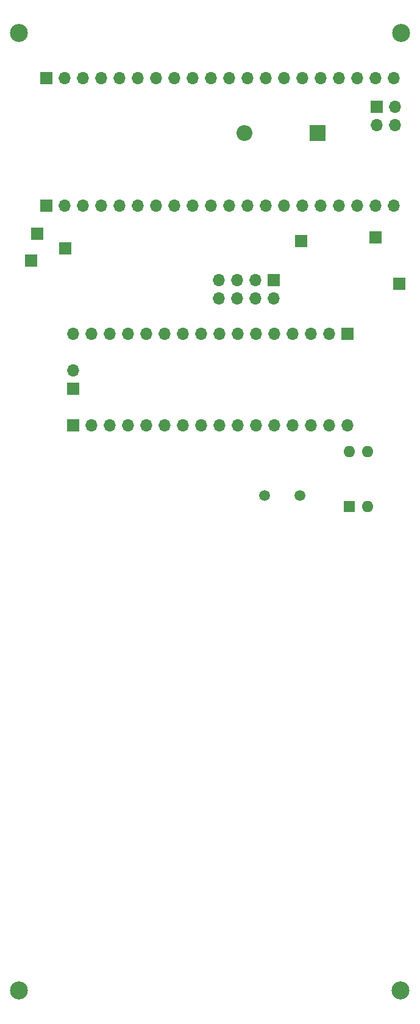
<source format=gbr>
%TF.GenerationSoftware,KiCad,Pcbnew,7.0.10*%
%TF.CreationDate,2024-04-03T14:27:39+05:30*%
%TF.ProjectId,PN532,504e3533-322e-46b6-9963-61645f706362,rev?*%
%TF.SameCoordinates,Original*%
%TF.FileFunction,Soldermask,Bot*%
%TF.FilePolarity,Negative*%
%FSLAX46Y46*%
G04 Gerber Fmt 4.6, Leading zero omitted, Abs format (unit mm)*
G04 Created by KiCad (PCBNEW 7.0.10) date 2024-04-03 14:27:39*
%MOMM*%
%LPD*%
G01*
G04 APERTURE LIST*
%ADD10C,2.500000*%
%ADD11R,1.700000X1.700000*%
%ADD12O,1.700000X1.700000*%
%ADD13R,1.600000X1.600000*%
%ADD14O,1.600000X1.600000*%
%ADD15C,1.500000*%
%ADD16R,2.200000X2.200000*%
%ADD17O,2.200000X2.200000*%
G04 APERTURE END LIST*
D10*
%TO.C,H3*%
X163449000Y-182500000D03*
%TD*%
D11*
%TO.C,J402*%
X156150000Y-91370000D03*
D12*
X153610000Y-91370000D03*
X151070000Y-91370000D03*
X148530000Y-91370000D03*
X145990000Y-91370000D03*
X143450000Y-91370000D03*
X140910000Y-91370000D03*
X138370000Y-91370000D03*
X135830000Y-91370000D03*
X133290000Y-91370000D03*
X130750000Y-91370000D03*
X128210000Y-91370000D03*
X125670000Y-91370000D03*
X123130000Y-91370000D03*
X120590000Y-91370000D03*
X118050000Y-91370000D03*
%TD*%
D11*
%TO.C,J503*%
X112205000Y-81205000D03*
%TD*%
%TO.C,J511*%
X116905000Y-79525000D03*
%TD*%
%TO.C,J43*%
X149656800Y-78536800D03*
%TD*%
%TO.C,J44*%
X160000000Y-78000000D03*
%TD*%
%TO.C,J8*%
X114300000Y-55880000D03*
D12*
X116840000Y-55880000D03*
X119380000Y-55880000D03*
X121920000Y-55880000D03*
X124460000Y-55880000D03*
X127000000Y-55880000D03*
X129540000Y-55880000D03*
X132080000Y-55880000D03*
X134620000Y-55880000D03*
X137160000Y-55880000D03*
X139700000Y-55880000D03*
X142240000Y-55880000D03*
X144780000Y-55880000D03*
X147320000Y-55880000D03*
X149860000Y-55880000D03*
X152400000Y-55880000D03*
X154940000Y-55880000D03*
X157480000Y-55880000D03*
X160020000Y-55880000D03*
X162560000Y-55880000D03*
%TD*%
D10*
%TO.C,H2*%
X163576000Y-49657000D03*
%TD*%
D11*
%TO.C,J40*%
X160200000Y-59900000D03*
D12*
X160200000Y-62440000D03*
X162740000Y-59900000D03*
X162740000Y-62440000D03*
%TD*%
D11*
%TO.C,J50*%
X145830000Y-83920000D03*
D12*
X145830000Y-86460000D03*
X143290000Y-83920000D03*
X143290000Y-86460000D03*
X140750000Y-83920000D03*
X140750000Y-86460000D03*
X138210000Y-83920000D03*
X138210000Y-86460000D03*
%TD*%
D11*
%TO.C,J7*%
X114250000Y-73630000D03*
D12*
X116790000Y-73630000D03*
X119330000Y-73630000D03*
X121870000Y-73630000D03*
X124410000Y-73630000D03*
X126950000Y-73630000D03*
X129490000Y-73630000D03*
X132030000Y-73630000D03*
X134570000Y-73630000D03*
X137110000Y-73630000D03*
X139650000Y-73630000D03*
X142190000Y-73630000D03*
X144730000Y-73630000D03*
X147270000Y-73630000D03*
X149810000Y-73630000D03*
X152350000Y-73630000D03*
X154890000Y-73630000D03*
X157430000Y-73630000D03*
X159970000Y-73630000D03*
X162510000Y-73630000D03*
%TD*%
D11*
%TO.C,J504*%
X163300000Y-84400000D03*
%TD*%
D10*
%TO.C,H1*%
X110490000Y-49657000D03*
%TD*%
D11*
%TO.C,J401*%
X118000000Y-104044000D03*
D12*
X120540000Y-104044000D03*
X123080000Y-104044000D03*
X125620000Y-104044000D03*
X128160000Y-104044000D03*
X130700000Y-104044000D03*
X133240000Y-104044000D03*
X135780000Y-104044000D03*
X138320000Y-104044000D03*
X140860000Y-104044000D03*
X143400000Y-104044000D03*
X145940000Y-104044000D03*
X148480000Y-104044000D03*
X151020000Y-104044000D03*
X153560000Y-104044000D03*
X156100000Y-104044000D03*
%TD*%
D11*
%TO.C,J510*%
X113030000Y-77470000D03*
%TD*%
D13*
%TO.C,SW1*%
X156337000Y-115309000D03*
D14*
X158877000Y-115309000D03*
X158877000Y-107689000D03*
X156337000Y-107689000D03*
%TD*%
D10*
%TO.C,H4*%
X110500000Y-182500000D03*
%TD*%
D15*
%TO.C,Y1*%
X144597000Y-113789000D03*
X149477000Y-113789000D03*
%TD*%
D16*
%TO.C,D1*%
X152000000Y-63500000D03*
D17*
X141840000Y-63500000D03*
%TD*%
D11*
%TO.C,J3*%
X117980000Y-99014000D03*
D12*
X117980000Y-96474000D03*
%TD*%
M02*

</source>
